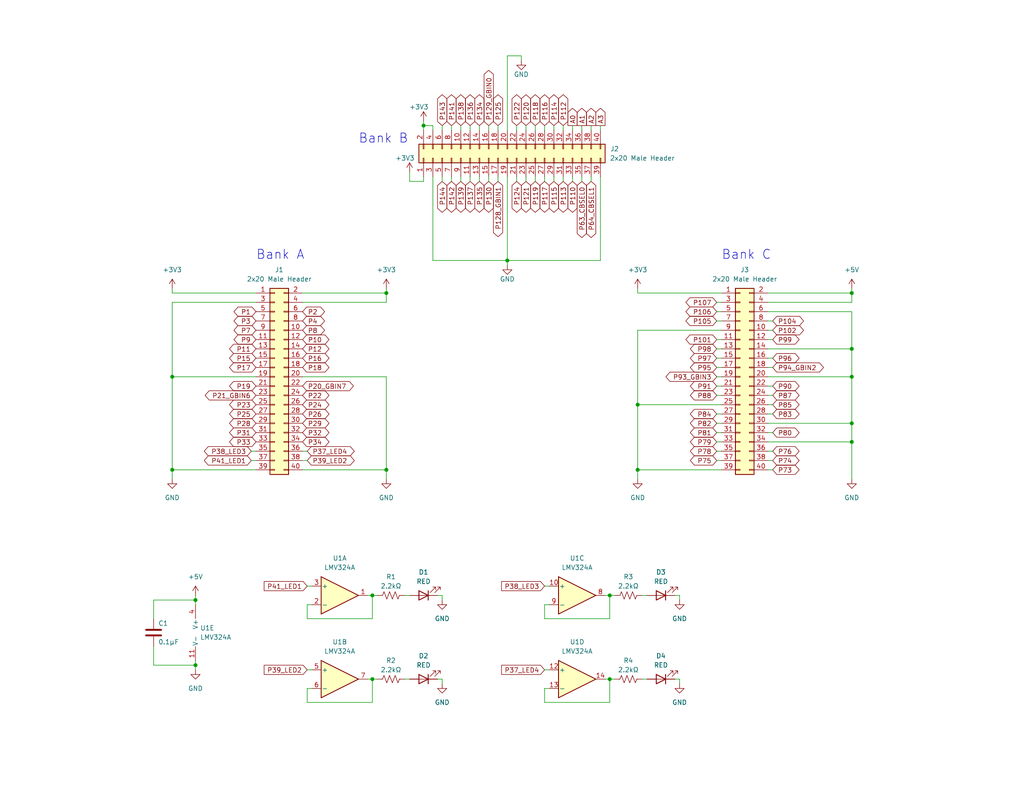
<source format=kicad_sch>
(kicad_sch (version 20230121) (generator eeschema)
  (paper "USLetter")
  (title_block (title "ETH4K") (date "7/28/2023") (rev "1") (company "Theta Machines LLC") (comment 1 "Ryan Stracener") (comment 2 "© 2023, Theta Machines LLC. ") (comment 3 "There is an important notice and disclaimer at the end of this document."))
  (lib_symbols
    (symbol "Amplifier_Operational:LMV324" (pin_names (offset 0.127))
      (property "Reference" "U" (at 0 5.08 0))
      (property "Value" "LMV324" (at 0 -5.08 0))
      (symbol "LMV324_1_1"
        (polyline (pts (xy -5.08 5.08) (xy 5.08 0) (xy -5.08 -5.08) (xy -5.08 5.08)) (stroke (width 0.254)) (fill (type background)))
        (pin output line (at 7.62 0 180) (length 2.54) (name "~") (number "1"))
        (pin input line (at -7.62 -2.54 0) (length 2.54) (name "-") (number "2"))
        (pin input line (at -7.62 2.54 0) (length 2.54) (name "+") (number "3"))
      )
      (symbol "LMV324_2_1"
        (polyline (pts (xy -5.08 5.08) (xy 5.08 0) (xy -5.08 -5.08) (xy -5.08 5.08)) (stroke (width 0.254)) (fill (type background)))
        (pin input line (at -7.62 2.54 0) (length 2.54) (name "+") (number "5"))
        (pin input line (at -7.62 -2.54 0) (length 2.54) (name "-") (number "6"))
        (pin output line (at 7.62 0 180) (length 2.54) (name "~") (number "7"))
      )
      (symbol "LMV324_3_1"
        (polyline (pts (xy -5.08 5.08) (xy 5.08 0) (xy -5.08 -5.08) (xy -5.08 5.08)) (stroke (width 0.254)) (fill (type background)))
        (pin input line (at -7.62 2.54 0) (length 2.54) (name "+") (number "10"))
        (pin output line (at 7.62 0 180) (length 2.54) (name "~") (number "8"))
        (pin input line (at -7.62 -2.54 0) (length 2.54) (name "-") (number "9"))
      )
      (symbol "LMV324_4_1"
        (polyline (pts (xy -5.08 5.08) (xy 5.08 0) (xy -5.08 -5.08) (xy -5.08 5.08)) (stroke (width 0.254)) (fill (type background)))
        (pin input line (at -7.62 2.54 0) (length 2.54) (name "+") (number "12"))
        (pin input line (at -7.62 -2.54 0) (length 2.54) (name "-") (number "13"))
        (pin output line (at 7.62 0 180) (length 2.54) (name "~") (number "14"))
      )
      (symbol "LMV324_5_1"
        (pin power_in line (at -2.54 -7.62 90) (length 3.81) (name "V-") (number "11"))
        (pin power_in line (at -2.54 7.62 270) (length 3.81) (name "V+") (number "4"))
      )
    )
    (symbol "Connector_Generic:Conn_02x20_Odd_Even" (pin_names (offset 1.016) hide)
      (property "Reference" "J" (at 1.27 25.4 0))
      (property "Value" "Conn_02x20_Odd_Even" (at 1.27 -27.94 0))
      (symbol "Conn_02x20_Odd_Even_1_1"
        (rectangle (start -1.27 -25.273) (end 0 -25.527) (stroke (width 0.1524)))
        (rectangle (start -1.27 -22.733) (end 0 -22.987) (stroke (width 0.1524)))
        (rectangle (start -1.27 -20.193) (end 0 -20.447) (stroke (width 0.1524)))
        (rectangle (start -1.27 -17.653) (end 0 -17.907) (stroke (width 0.1524)))
        (rectangle (start -1.27 -15.113) (end 0 -15.367) (stroke (width 0.1524)))
        (rectangle (start -1.27 -12.573) (end 0 -12.827) (stroke (width 0.1524)))
        (rectangle (start -1.27 -10.033) (end 0 -10.287) (stroke (width 0.1524)))
        (rectangle (start -1.27 -7.493) (end 0 -7.747) (stroke (width 0.1524)))
        (rectangle (start -1.27 -4.953) (end 0 -5.207) (stroke (width 0.1524)))
        (rectangle (start -1.27 -2.413) (end 0 -2.667) (stroke (width 0.1524)))
        (rectangle (start -1.27 0.127) (end 0 -0.127) (stroke (width 0.1524)))
        (rectangle (start -1.27 2.667) (end 0 2.413) (stroke (width 0.1524)))
        (rectangle (start -1.27 5.207) (end 0 4.953) (stroke (width 0.1524)))
        (rectangle (start -1.27 7.747) (end 0 7.493) (stroke (width 0.1524)))
        (rectangle (start -1.27 10.287) (end 0 10.033) (stroke (width 0.1524)))
        (rectangle (start -1.27 12.827) (end 0 12.573) (stroke (width 0.1524)))
        (rectangle (start -1.27 15.367) (end 0 15.113) (stroke (width 0.1524)))
        (rectangle (start -1.27 17.907) (end 0 17.653) (stroke (width 0.1524)))
        (rectangle (start -1.27 20.447) (end 0 20.193) (stroke (width 0.1524)))
        (rectangle (start -1.27 22.987) (end 0 22.733) (stroke (width 0.1524)))
        (rectangle (start -1.27 24.13) (end 3.81 -26.67) (stroke (width 0.254)) (fill (type background)))
        (rectangle (start 3.81 -25.273) (end 2.54 -25.527) (stroke (width 0.1524)))
        (rectangle (start 3.81 -22.733) (end 2.54 -22.987) (stroke (width 0.1524)))
        (rectangle (start 3.81 -20.193) (end 2.54 -20.447) (stroke (width 0.1524)))
        (rectangle (start 3.81 -17.653) (end 2.54 -17.907) (stroke (width 0.1524)))
        (rectangle (start 3.81 -15.113) (end 2.54 -15.367) (stroke (width 0.1524)))
        (rectangle (start 3.81 -12.573) (end 2.54 -12.827) (stroke (width 0.1524)))
        (rectangle (start 3.81 -10.033) (end 2.54 -10.287) (stroke (width 0.1524)))
        (rectangle (start 3.81 -7.493) (end 2.54 -7.747) (stroke (width 0.1524)))
        (rectangle (start 3.81 -4.953) (end 2.54 -5.207) (stroke (width 0.1524)))
        (rectangle (start 3.81 -2.413) (end 2.54 -2.667) (stroke (width 0.1524)))
        (rectangle (start 3.81 0.127) (end 2.54 -0.127) (stroke (width 0.1524)))
        (rectangle (start 3.81 2.667) (end 2.54 2.413) (stroke (width 0.1524)))
        (rectangle (start 3.81 5.207) (end 2.54 4.953) (stroke (width 0.1524)))
        (rectangle (start 3.81 7.747) (end 2.54 7.493) (stroke (width 0.1524)))
        (rectangle (start 3.81 10.287) (end 2.54 10.033) (stroke (width 0.1524)))
        (rectangle (start 3.81 12.827) (end 2.54 12.573) (stroke (width 0.1524)))
        (rectangle (start 3.81 15.367) (end 2.54 15.113) (stroke (width 0.1524)))
        (rectangle (start 3.81 17.907) (end 2.54 17.653) (stroke (width 0.1524)))
        (rectangle (start 3.81 20.447) (end 2.54 20.193) (stroke (width 0.1524)))
        (rectangle (start 3.81 22.987) (end 2.54 22.733) (stroke (width 0.1524)))
        (pin passive line (at -5.08 22.86 0) (length 3.81) (name "Pin_1") (number "1"))
        (pin passive line (at 7.62 12.7 180) (length 3.81) (name "Pin_10") (number "10"))
        (pin passive line (at -5.08 10.16 0) (length 3.81) (name "Pin_11") (number "11"))
        (pin passive line (at 7.62 10.16 180) (length 3.81) (name "Pin_12") (number "12"))
        (pin passive line (at -5.08 7.62 0) (length 3.81) (name "Pin_13") (number "13"))
        (pin passive line (at 7.62 7.62 180) (length 3.81) (name "Pin_14") (number "14"))
        (pin passive line (at -5.08 5.08 0) (length 3.81) (name "Pin_15") (number "15"))
        (pin passive line (at 7.62 5.08 180) (length 3.81) (name "Pin_16") (number "16"))
        (pin passive line (at -5.08 2.54 0) (length 3.81) (name "Pin_17") (number "17"))
        (pin passive line (at 7.62 2.54 180) (length 3.81) (name "Pin_18") (number "18"))
        (pin passive line (at -5.08 0 0) (length 3.81) (name "Pin_19") (number "19"))
        (pin passive line (at 7.62 22.86 180) (length 3.81) (name "Pin_2") (number "2"))
        (pin passive line (at 7.62 0 180) (length 3.81) (name "Pin_20") (number "20"))
        (pin passive line (at -5.08 -2.54 0) (length 3.81) (name "Pin_21") (number "21"))
        (pin passive line (at 7.62 -2.54 180) (length 3.81) (name "Pin_22") (number "22"))
        (pin passive line (at -5.08 -5.08 0) (length 3.81) (name "Pin_23") (number "23"))
        (pin passive line (at 7.62 -5.08 180) (length 3.81) (name "Pin_24") (number "24"))
        (pin passive line (at -5.08 -7.62 0) (length 3.81) (name "Pin_25") (number "25"))
        (pin passive line (at 7.62 -7.62 180) (length 3.81) (name "Pin_26") (number "26"))
        (pin passive line (at -5.08 -10.16 0) (length 3.81) (name "Pin_27") (number "27"))
        (pin passive line (at 7.62 -10.16 180) (length 3.81) (name "Pin_28") (number "28"))
        (pin passive line (at -5.08 -12.7 0) (length 3.81) (name "Pin_29") (number "29"))
        (pin passive line (at -5.08 20.32 0) (length 3.81) (name "Pin_3") (number "3"))
        (pin passive line (at 7.62 -12.7 180) (length 3.81) (name "Pin_30") (number "30"))
        (pin passive line (at -5.08 -15.24 0) (length 3.81) (name "Pin_31") (number "31"))
        (pin passive line (at 7.62 -15.24 180) (length 3.81) (name "Pin_32") (number "32"))
        (pin passive line (at -5.08 -17.78 0) (length 3.81) (name "Pin_33") (number "33"))
        (pin passive line (at 7.62 -17.78 180) (length 3.81) (name "Pin_34") (number "34"))
        (pin passive line (at -5.08 -20.32 0) (length 3.81) (name "Pin_35") (number "35"))
        (pin passive line (at 7.62 -20.32 180) (length 3.81) (name "Pin_36") (number "36"))
        (pin passive line (at -5.08 -22.86 0) (length 3.81) (name "Pin_37") (number "37"))
        (pin passive line (at 7.62 -22.86 180) (length 3.81) (name "Pin_38") (number "38"))
        (pin passive line (at -5.08 -25.4 0) (length 3.81) (name "Pin_39") (number "39"))
        (pin passive line (at 7.62 20.32 180) (length 3.81) (name "Pin_4") (number "4"))
        (pin passive line (at 7.62 -25.4 180) (length 3.81) (name "Pin_40") (number "40"))
        (pin passive line (at -5.08 17.78 0) (length 3.81) (name "Pin_5") (number "5"))
        (pin passive line (at 7.62 17.78 180) (length 3.81) (name "Pin_6") (number "6"))
        (pin passive line (at -5.08 15.24 0) (length 3.81) (name "Pin_7") (number "7"))
        (pin passive line (at 7.62 15.24 180) (length 3.81) (name "Pin_8") (number "8"))
        (pin passive line (at -5.08 12.7 0) (length 3.81) (name "Pin_9") (number "9"))
      )
    )
    (symbol "Device:C" (pin_numbers hide) (pin_names (offset 0.254))
      (property "Reference" "C" (at 0.635 2.54 0))
      (property "Value" "C" (at 0.635 -2.54 0))
      (symbol "C_0_1"
        (polyline (pts (xy -2.032 -0.762) (xy 2.032 -0.762)) (stroke (width 0.508)))
        (polyline (pts (xy -2.032 0.762) (xy 2.032 0.762)) (stroke (width 0.508)))
      )
      (symbol "C_1_1"
        (pin passive line (at 0 3.81 270) (length 2.794) (name "~") (number "1"))
        (pin passive line (at 0 -3.81 90) (length 2.794) (name "~") (number "2"))
      )
    )
    (symbol "Device:LED" (pin_numbers hide) (pin_names (offset 1.016) hide)
      (property "Reference" "D" (at 0 2.54 0))
      (property "Value" "LED" (at 0 -2.54 0))
      (symbol "LED_0_1"
        (polyline (pts (xy -1.27 -1.27) (xy -1.27 1.27)) (stroke (width 0.254)))
        (polyline (pts (xy -1.27 0) (xy 1.27 0)))
        (polyline (pts (xy 1.27 -1.27) (xy 1.27 1.27) (xy -1.27 0) (xy 1.27 -1.27)) (stroke (width 0.254)))
        (polyline (pts (xy -3.048 -0.762) (xy -4.572 -2.286) (xy -3.81 -2.286) (xy -4.572 -2.286) (xy -4.572 -1.524)))
        (polyline (pts (xy -1.778 -0.762) (xy -3.302 -2.286) (xy -2.54 -2.286) (xy -3.302 -2.286) (xy -3.302 -1.524)))
      )
      (symbol "LED_1_1"
        (pin passive line (at -3.81 0 0) (length 2.54) (name "K") (number "1"))
        (pin passive line (at 3.81 0 180) (length 2.54) (name "A") (number "2"))
      )
    )
    (symbol "Device:R_US" (pin_numbers hide) (pin_names (offset 0))
      (property "Reference" "R" (at 2.54 0 90))
      (property "Value" "R_US" (at -2.54 0 90))
      (symbol "R_US_0_1"
        (polyline (pts (xy 0 -2.286) (xy 0 -2.54)))
        (polyline (pts (xy 0 2.286) (xy 0 2.54)))
        (polyline (pts (xy 0 -0.762) (xy 1.016 -1.143) (xy 0 -1.524) (xy -1.016 -1.905) (xy 0 -2.286)))
        (polyline (pts (xy 0 0.762) (xy 1.016 0.381) (xy 0 0) (xy -1.016 -0.381) (xy 0 -0.762)))
        (polyline (pts (xy 0 2.286) (xy 1.016 1.905) (xy 0 1.524) (xy -1.016 1.143) (xy 0 0.762)))
      )
      (symbol "R_US_1_1"
        (pin passive line (at 0 3.81 270) (length 1.27) (name "~") (number "1"))
        (pin passive line (at 0 -3.81 90) (length 1.27) (name "~") (number "2"))
      )
    )
    (symbol "power:+3V3" (power) (pin_names (offset 0))
      (property "Value" "+3V3" (at 0 3.556 0))
      (symbol "+3V3_0_1"
        (polyline (pts (xy -0.762 1.27) (xy 0 2.54)))
        (polyline (pts (xy 0 0) (xy 0 2.54)))
        (polyline (pts (xy 0 2.54) (xy 0.762 1.27)))
      )
      (symbol "+3V3_1_1"
        (pin power_in line (at 0 0 90) (length 0) hide (name "+3V3") (number "1"))
      )
    )
    (symbol "power:+5V" (power) (pin_names (offset 0))
      (property "Value" "+5V" (at 0 3.556 0))
      (symbol "+5V_0_1"
        (polyline (pts (xy -0.762 1.27) (xy 0 2.54)))
        (polyline (pts (xy 0 0) (xy 0 2.54)))
        (polyline (pts (xy 0 2.54) (xy 0.762 1.27)))
      )
      (symbol "+5V_1_1"
        (pin power_in line (at 0 0 90) (length 0) hide (name "+5V") (number "1"))
      )
    )
    (symbol "power:GND" (power) (pin_names (offset 0))
      (property "Value" "GND" (at 0 -3.81 0))
      (symbol "GND_0_1"
        (polyline (pts (xy 0 0) (xy 0 -1.27) (xy 1.27 -1.27) (xy 0 -2.54) (xy -1.27 -1.27) (xy 0 -1.27)))
      )
      (symbol "GND_1_1"
        (pin power_in line (at 0 0 270) (length 0) hide (name "GND") (number "1"))
      )
    )
  )
  (junction (at 101.6 162.56))
  (junction (at 232.41 115.57))
  (junction (at 166.37 162.56))
  (junction (at 105.41 80.01))
  (junction (at 232.41 102.87))
  (junction (at 173.99 128.27))
  (junction (at 46.99 102.87))
  (junction (at 53.34 163.83))
  (junction (at 232.41 95.25))
  (junction (at 53.34 181.61))
  (junction (at 105.41 128.27))
  (junction (at 46.99 128.27))
  (junction (at 115.57 34.29))
  (junction (at 101.6 185.42))
  (junction (at 138.43 71.12))
  (junction (at 232.41 120.65))
  (junction (at 173.99 110.49))
  (junction (at 166.37 185.42))
  (junction (at 232.41 80.01))
  (wire (pts (xy 148.59 182.88) (xy 149.86 182.88)))
  (wire (pts (xy 195.58 115.57) (xy 196.85 115.57)))
  (wire (pts (xy 151.13 34.29) (xy 151.13 35.56)))
  (wire (pts (xy 100.33 162.56) (xy 101.6 162.56)))
  (wire (pts (xy 163.83 48.26) (xy 163.83 71.12)))
  (wire (pts (xy 123.19 49.53) (xy 123.19 48.26)))
  (wire (pts (xy 133.35 34.29) (xy 133.35 35.56)))
  (wire (pts (xy 165.1 162.56) (xy 166.37 162.56)))
  (wire (pts (xy 111.76 185.42) (xy 110.49 185.42)))
  (wire (pts (xy 195.58 92.71) (xy 196.85 92.71)))
  (wire (pts (xy 195.58 123.19) (xy 196.85 123.19)))
  (wire (pts (xy 123.19 34.29) (xy 123.19 35.56)))
  (wire (pts (xy 232.41 102.87) (xy 232.41 115.57)))
  (wire (pts (xy 232.41 95.25) (xy 232.41 102.87)))
  (wire (pts (xy 210.82 113.03) (xy 209.55 113.03)))
  (wire (pts (xy 176.53 185.42) (xy 175.26 185.42)))
  (wire (pts (xy 68.58 125.73) (xy 69.85 125.73)))
  (wire (pts (xy 83.82 182.88) (xy 85.09 182.88)))
  (wire (pts (xy 148.59 160.02) (xy 149.86 160.02)))
  (wire (pts (xy 153.67 49.53) (xy 153.67 48.26)))
  (wire (pts (xy 167.64 162.56) (xy 166.37 162.56)))
  (wire (pts (xy 151.13 49.53) (xy 151.13 48.26)))
  (wire (pts (xy 173.99 80.01) (xy 196.85 80.01)))
  (wire (pts (xy 232.41 82.55) (xy 232.41 80.01)))
  (wire (pts (xy 115.57 33.02) (xy 115.57 34.29)))
  (wire (pts (xy 41.91 181.61) (xy 41.91 176.53)))
  (wire (pts (xy 148.59 165.1) (xy 149.86 165.1)))
  (wire (pts (xy 120.65 186.69) (xy 120.65 185.42)))
  (wire (pts (xy 195.58 87.63) (xy 196.85 87.63)))
  (wire (pts (xy 195.58 125.73) (xy 196.85 125.73)))
  (wire (pts (xy 83.82 168.91) (xy 83.82 165.1)))
  (wire (pts (xy 125.73 49.53) (xy 125.73 48.26)))
  (wire (pts (xy 46.99 82.55) (xy 46.99 102.87)))
  (wire (pts (xy 83.82 160.02) (xy 85.09 160.02)))
  (wire (pts (xy 128.27 49.53) (xy 128.27 48.26)))
  (wire (pts (xy 195.58 113.03) (xy 196.85 113.03)))
  (wire (pts (xy 120.65 34.29) (xy 120.65 35.56)))
  (wire (pts (xy 195.58 120.65) (xy 196.85 120.65)))
  (wire (pts (xy 156.21 34.29) (xy 156.21 35.56)))
  (wire (pts (xy 138.43 71.12) (xy 163.83 71.12)))
  (wire (pts (xy 46.99 82.55) (xy 69.85 82.55)))
  (wire (pts (xy 210.82 90.17) (xy 209.55 90.17)))
  (wire (pts (xy 102.87 185.42) (xy 101.6 185.42)))
  (wire (pts (xy 130.81 49.53) (xy 130.81 48.26)))
  (wire (pts (xy 185.42 163.83) (xy 185.42 162.56)))
  (wire (pts (xy 232.41 85.09) (xy 232.41 95.25)))
  (wire (pts (xy 148.59 49.53) (xy 148.59 48.26)))
  (wire (pts (xy 82.55 82.55) (xy 105.41 82.55)))
  (wire (pts (xy 101.6 191.77) (xy 83.82 191.77)))
  (wire (pts (xy 120.65 162.56) (xy 119.38 162.56)))
  (wire (pts (xy 209.55 85.09) (xy 232.41 85.09)))
  (wire (pts (xy 68.58 123.19) (xy 69.85 123.19)))
  (wire (pts (xy 46.99 128.27) (xy 46.99 130.81)))
  (wire (pts (xy 138.43 15.24) (xy 142.24 15.24)))
  (wire (pts (xy 46.99 80.01) (xy 46.99 78.74)))
  (wire (pts (xy 105.41 82.55) (xy 105.41 80.01)))
  (wire (pts (xy 53.34 181.61) (xy 53.34 180.34)))
  (wire (pts (xy 46.99 128.27) (xy 69.85 128.27)))
  (wire (pts (xy 111.76 46.99) (xy 111.76 49.53)))
  (wire (pts (xy 195.58 118.11) (xy 196.85 118.11)))
  (wire (pts (xy 232.41 120.65) (xy 232.41 130.81)))
  (wire (pts (xy 115.57 48.26) (xy 115.57 49.53)))
  (wire (pts (xy 133.35 49.53) (xy 133.35 48.26)))
  (wire (pts (xy 173.99 110.49) (xy 196.85 110.49)))
  (wire (pts (xy 118.11 71.12) (xy 138.43 71.12)))
  (wire (pts (xy 102.87 162.56) (xy 101.6 162.56)))
  (wire (pts (xy 158.75 49.53) (xy 158.75 48.26)))
  (wire (pts (xy 143.51 49.53) (xy 143.51 48.26)))
  (wire (pts (xy 140.97 49.53) (xy 140.97 48.26)))
  (wire (pts (xy 195.58 100.33) (xy 196.85 100.33)))
  (wire (pts (xy 46.99 80.01) (xy 69.85 80.01)))
  (wire (pts (xy 135.89 34.29) (xy 135.89 35.56)))
  (wire (pts (xy 100.33 185.42) (xy 101.6 185.42)))
  (wire (pts (xy 173.99 90.17) (xy 196.85 90.17)))
  (wire (pts (xy 148.59 191.77) (xy 148.59 187.96)))
  (wire (pts (xy 83.82 165.1) (xy 85.09 165.1)))
  (wire (pts (xy 195.58 97.79) (xy 196.85 97.79)))
  (wire (pts (xy 156.21 49.53) (xy 156.21 48.26)))
  (wire (pts (xy 53.34 182.88) (xy 53.34 181.61)))
  (wire (pts (xy 173.99 90.17) (xy 173.99 110.49)))
  (wire (pts (xy 173.99 110.49) (xy 173.99 128.27)))
  (wire (pts (xy 210.82 105.41) (xy 209.55 105.41)))
  (wire (pts (xy 53.34 181.61) (xy 41.91 181.61)))
  (wire (pts (xy 128.27 34.29) (xy 128.27 35.56)))
  (wire (pts (xy 195.58 85.09) (xy 196.85 85.09)))
  (wire (pts (xy 105.41 80.01) (xy 82.55 80.01)))
  (wire (pts (xy 165.1 185.42) (xy 166.37 185.42)))
  (wire (pts (xy 83.82 123.19) (xy 82.55 123.19)))
  (wire (pts (xy 46.99 102.87) (xy 46.99 128.27)))
  (wire (pts (xy 161.29 49.53) (xy 161.29 48.26)))
  (wire (pts (xy 138.43 72.39) (xy 138.43 71.12)))
  (wire (pts (xy 153.67 34.29) (xy 153.67 35.56)))
  (wire (pts (xy 120.65 49.53) (xy 120.65 48.26)))
  (wire (pts (xy 210.82 87.63) (xy 209.55 87.63)))
  (wire (pts (xy 209.55 82.55) (xy 232.41 82.55)))
  (wire (pts (xy 210.82 110.49) (xy 209.55 110.49)))
  (wire (pts (xy 209.55 95.25) (xy 232.41 95.25)))
  (wire (pts (xy 105.41 102.87) (xy 105.41 128.27)))
  (wire (pts (xy 53.34 163.83) (xy 53.34 165.1)))
  (wire (pts (xy 105.41 80.01) (xy 105.41 78.74)))
  (wire (pts (xy 140.97 34.29) (xy 140.97 35.56)))
  (wire (pts (xy 210.82 125.73) (xy 209.55 125.73)))
  (wire (pts (xy 158.75 34.29) (xy 158.75 35.56)))
  (wire (pts (xy 118.11 35.56) (xy 118.11 34.29)))
  (wire (pts (xy 46.99 102.87) (xy 69.85 102.87)))
  (wire (pts (xy 209.55 120.65) (xy 232.41 120.65)))
  (wire (pts (xy 163.83 34.29) (xy 163.83 35.56)))
  (wire (pts (xy 173.99 80.01) (xy 173.99 78.74)))
  (wire (pts (xy 125.73 34.29) (xy 125.73 35.56)))
  (wire (pts (xy 148.59 187.96) (xy 149.86 187.96)))
  (wire (pts (xy 83.82 125.73) (xy 82.55 125.73)))
  (wire (pts (xy 120.65 163.83) (xy 120.65 162.56)))
  (wire (pts (xy 143.51 34.29) (xy 143.51 35.56)))
  (wire (pts (xy 146.05 49.53) (xy 146.05 48.26)))
  (wire (pts (xy 195.58 102.87) (xy 196.85 102.87)))
  (wire (pts (xy 166.37 185.42) (xy 166.37 191.77)))
  (wire (pts (xy 142.24 15.24) (xy 142.24 16.51)))
  (wire (pts (xy 111.76 162.56) (xy 110.49 162.56)))
  (wire (pts (xy 195.58 105.41) (xy 196.85 105.41)))
  (wire (pts (xy 210.82 92.71) (xy 209.55 92.71)))
  (wire (pts (xy 210.82 100.33) (xy 209.55 100.33)))
  (wire (pts (xy 166.37 162.56) (xy 166.37 168.91)))
  (wire (pts (xy 161.29 34.29) (xy 161.29 35.56)))
  (wire (pts (xy 130.81 34.29) (xy 130.81 35.56)))
  (wire (pts (xy 185.42 186.69) (xy 185.42 185.42)))
  (wire (pts (xy 185.42 185.42) (xy 184.15 185.42)))
  (wire (pts (xy 148.59 168.91) (xy 148.59 165.1)))
  (wire (pts (xy 232.41 115.57) (xy 232.41 120.65)))
  (wire (pts (xy 166.37 168.91) (xy 148.59 168.91)))
  (wire (pts (xy 173.99 128.27) (xy 173.99 130.81)))
  (wire (pts (xy 138.43 15.24) (xy 138.43 35.56)))
  (wire (pts (xy 210.82 107.95) (xy 209.55 107.95)))
  (wire (pts (xy 101.6 185.42) (xy 101.6 191.77)))
  (wire (pts (xy 209.55 115.57) (xy 232.41 115.57)))
  (wire (pts (xy 173.99 128.27) (xy 196.85 128.27)))
  (wire (pts (xy 83.82 191.77) (xy 83.82 187.96)))
  (wire (pts (xy 210.82 128.27) (xy 209.55 128.27)))
  (wire (pts (xy 209.55 102.87) (xy 232.41 102.87)))
  (wire (pts (xy 210.82 118.11) (xy 209.55 118.11)))
  (wire (pts (xy 210.82 123.19) (xy 209.55 123.19)))
  (wire (pts (xy 135.89 49.53) (xy 135.89 48.26)))
  (wire (pts (xy 195.58 82.55) (xy 196.85 82.55)))
  (wire (pts (xy 232.41 80.01) (xy 232.41 78.74)))
  (wire (pts (xy 209.55 80.01) (xy 232.41 80.01)))
  (wire (pts (xy 118.11 34.29) (xy 115.57 34.29)))
  (wire (pts (xy 210.82 97.79) (xy 209.55 97.79)))
  (wire (pts (xy 82.55 102.87) (xy 105.41 102.87)))
  (wire (pts (xy 120.65 185.42) (xy 119.38 185.42)))
  (wire (pts (xy 176.53 162.56) (xy 175.26 162.56)))
  (wire (pts (xy 115.57 49.53) (xy 111.76 49.53)))
  (wire (pts (xy 83.82 187.96) (xy 85.09 187.96)))
  (wire (pts (xy 167.64 185.42) (xy 166.37 185.42)))
  (wire (pts (xy 101.6 168.91) (xy 83.82 168.91)))
  (wire (pts (xy 41.91 163.83) (xy 41.91 168.91)))
  (wire (pts (xy 166.37 191.77) (xy 148.59 191.77)))
  (wire (pts (xy 105.41 128.27) (xy 105.41 130.81)))
  (wire (pts (xy 53.34 163.83) (xy 41.91 163.83)))
  (wire (pts (xy 148.59 34.29) (xy 148.59 35.56)))
  (wire (pts (xy 146.05 34.29) (xy 146.05 35.56)))
  (wire (pts (xy 82.55 128.27) (xy 105.41 128.27)))
  (wire (pts (xy 101.6 162.56) (xy 101.6 168.91)))
  (wire (pts (xy 195.58 107.95) (xy 196.85 107.95)))
  (wire (pts (xy 195.58 95.25) (xy 196.85 95.25)))
  (wire (pts (xy 185.42 162.56) (xy 184.15 162.56)))
  (wire (pts (xy 115.57 34.29) (xy 115.57 35.56)))
  (wire (pts (xy 118.11 48.26) (xy 118.11 71.12)))
  (wire (pts (xy 53.34 162.56) (xy 53.34 163.83)))
  (wire (pts (xy 138.43 48.26) (xy 138.43 71.12)))
  (text "Bank C" (at 196.85 71.12 0) (effects (font (size 2.5 2.5)) (justify left bottom)))
  (text "Bank A" (at 69.85 71.12 0) (effects (font (size 2.5 2.5)) (justify left bottom)))
  (text "Bank B" (at 97.79 39.37 0) (effects (font (size 2.5 2.5)) (justify left bottom)))
  (global_label "P114" (shape bidirectional) (at 151.13 34.29 90) (property "Intersheetrefs" "${INTERSHEET_REFS}" (effects hide)))
  (global_label "P88" (shape bidirectional) (at 195.58 107.95 180) (property "Intersheetrefs" "${INTERSHEET_REFS}" (effects hide)))
  (global_label "P93_GBIN3" (shape bidirectional) (at 195.58 102.87 180) (property "Intersheetrefs" "${INTERSHEET_REFS}" (effects hide)))
  (global_label "P17" (shape bidirectional) (at 69.85 100.33 180) (property "Intersheetrefs" "${INTERSHEET_REFS}" (effects hide)))
  (global_label "P19" (shape bidirectional) (at 69.85 105.41 180) (property "Intersheetrefs" "${INTERSHEET_REFS}" (effects hide)))
  (global_label "P33" (shape bidirectional) (at 69.85 120.65 180) (property "Intersheetrefs" "${INTERSHEET_REFS}" (effects hide)))
  (global_label "P120" (shape bidirectional) (at 143.51 34.29 90) (property "Intersheetrefs" "${INTERSHEET_REFS}" (effects hide)))
  (global_label "P143" (shape bidirectional) (at 120.65 34.29 90) (property "Intersheetrefs" "${INTERSHEET_REFS}" (effects hide)))
  (global_label "P9" (shape bidirectional) (at 69.85 92.71 180) (property "Intersheetrefs" "${INTERSHEET_REFS}" (effects hide)))
  (global_label "P8" (shape bidirectional) (at 82.55 90.17 0) (property "Intersheetrefs" "${INTERSHEET_REFS}" (effects hide)))
  (global_label "P83" (shape bidirectional) (at 210.82 113.03 0) (property "Intersheetrefs" "${INTERSHEET_REFS}" (effects hide)))
  (global_label "P119" (shape bidirectional) (at 146.05 49.53 270) (property "Intersheetrefs" "${INTERSHEET_REFS}" (effects hide)))
  (global_label "A2" (shape output) (at 161.29 34.29 90) (property "Intersheetrefs" "${INTERSHEET_REFS}" (effects hide)))
  (global_label "P110" (shape bidirectional) (at 156.21 49.53 270) (property "Intersheetrefs" "${INTERSHEET_REFS}" (effects hide)))
  (global_label "P25" (shape bidirectional) (at 69.85 113.03 180) (property "Intersheetrefs" "${INTERSHEET_REFS}" (effects hide)))
  (global_label "P122" (shape bidirectional) (at 140.97 34.29 90) (property "Intersheetrefs" "${INTERSHEET_REFS}" (effects hide)))
  (global_label "P37_LED4" (shape bidirectional) (at 83.82 123.19 0) (property "Intersheetrefs" "${INTERSHEET_REFS}" (effects hide)))
  (global_label "P107" (shape bidirectional) (at 195.58 82.55 180) (property "Intersheetrefs" "${INTERSHEET_REFS}" (effects hide)))
  (global_label "P38_LED3" (shape input) (at 148.59 160.02 180) (property "Intersheetrefs" "${INTERSHEET_REFS}" (effects hide)))
  (global_label "P18" (shape bidirectional) (at 82.55 100.33 0) (property "Intersheetrefs" "${INTERSHEET_REFS}" (effects hide)))
  (global_label "P80" (shape bidirectional) (at 210.82 118.11 0) (property "Intersheetrefs" "${INTERSHEET_REFS}" (effects hide)))
  (global_label "P39_LED2" (shape bidirectional) (at 83.82 125.73 0) (property "Intersheetrefs" "${INTERSHEET_REFS}" (effects hide)))
  (global_label "P11" (shape bidirectional) (at 69.85 95.25 180) (property "Intersheetrefs" "${INTERSHEET_REFS}" (effects hide)))
  (global_label "P144" (shape bidirectional) (at 120.65 49.53 270) (property "Intersheetrefs" "${INTERSHEET_REFS}" (effects hide)))
  (global_label "P81" (shape bidirectional) (at 195.58 118.11 180) (property "Intersheetrefs" "${INTERSHEET_REFS}" (effects hide)))
  (global_label "P37_LED4" (shape input) (at 148.59 182.88 180) (property "Intersheetrefs" "${INTERSHEET_REFS}" (effects hide)))
  (global_label "P101" (shape bidirectional) (at 195.58 92.71 180) (property "Intersheetrefs" "${INTERSHEET_REFS}" (effects hide)))
  (global_label "A0" (shape output) (at 156.21 34.29 90) (property "Intersheetrefs" "${INTERSHEET_REFS}" (effects hide)))
  (global_label "P106" (shape bidirectional) (at 195.58 85.09 180) (property "Intersheetrefs" "${INTERSHEET_REFS}" (effects hide)))
  (global_label "P78" (shape bidirectional) (at 195.58 123.19 180) (property "Intersheetrefs" "${INTERSHEET_REFS}" (effects hide)))
  (global_label "P98" (shape bidirectional) (at 195.58 95.25 180) (property "Intersheetrefs" "${INTERSHEET_REFS}" (effects hide)))
  (global_label "P141" (shape bidirectional) (at 123.19 34.29 90) (property "Intersheetrefs" "${INTERSHEET_REFS}" (effects hide)))
  (global_label "P117" (shape bidirectional) (at 148.59 49.53 270) (property "Intersheetrefs" "${INTERSHEET_REFS}" (effects hide)))
  (global_label "P16" (shape bidirectional) (at 82.55 97.79 0) (property "Intersheetrefs" "${INTERSHEET_REFS}" (effects hide)))
  (global_label "P134" (shape bidirectional) (at 130.81 34.29 90) (property "Intersheetrefs" "${INTERSHEET_REFS}" (effects hide)))
  (global_label "P91" (shape bidirectional) (at 195.58 105.41 180) (property "Intersheetrefs" "${INTERSHEET_REFS}" (effects hide)))
  (global_label "P34" (shape bidirectional) (at 82.55 120.65 0) (property "Intersheetrefs" "${INTERSHEET_REFS}" (effects hide)))
  (global_label "P84" (shape bidirectional) (at 195.58 113.03 180) (property "Intersheetrefs" "${INTERSHEET_REFS}" (effects hide)))
  (global_label "P3" (shape bidirectional) (at 69.85 87.63 180) (property "Intersheetrefs" "${INTERSHEET_REFS}" (effects hide)))
  (global_label "P63_CBSEL0" (shape bidirectional) (at 158.75 49.53 270) (property "Intersheetrefs" "${INTERSHEET_REFS}" (effects hide)))
  (global_label "P96" (shape bidirectional) (at 210.82 97.79 0) (property "Intersheetrefs" "${INTERSHEET_REFS}" (effects hide)))
  (global_label "P118" (shape bidirectional) (at 146.05 34.29 90) (property "Intersheetrefs" "${INTERSHEET_REFS}" (effects hide)))
  (global_label "P104" (shape bidirectional) (at 210.82 87.63 0) (property "Intersheetrefs" "${INTERSHEET_REFS}" (effects hide)))
  (global_label "P79" (shape bidirectional) (at 195.58 120.65 180) (property "Intersheetrefs" "${INTERSHEET_REFS}" (effects hide)))
  (global_label "P73" (shape bidirectional) (at 210.82 128.27 0) (property "Intersheetrefs" "${INTERSHEET_REFS}" (effects hide)))
  (global_label "P94_GBIN2" (shape bidirectional) (at 210.82 100.33 0) (property "Intersheetrefs" "${INTERSHEET_REFS}" (effects hide)))
  (global_label "P1" (shape bidirectional) (at 69.85 85.09 180) (property "Intersheetrefs" "${INTERSHEET_REFS}" (effects hide)))
  (global_label "P130" (shape bidirectional) (at 133.35 49.53 270) (property "Intersheetrefs" "${INTERSHEET_REFS}" (effects hide)))
  (global_label "P99" (shape bidirectional) (at 210.82 92.71 0) (property "Intersheetrefs" "${INTERSHEET_REFS}" (effects hide)))
  (global_label "P22" (shape bidirectional) (at 82.55 107.95 0) (property "Intersheetrefs" "${INTERSHEET_REFS}" (effects hide)))
  (global_label "P102" (shape bidirectional) (at 210.82 90.17 0) (property "Intersheetrefs" "${INTERSHEET_REFS}" (effects hide)))
  (global_label "P29" (shape bidirectional) (at 82.55 115.57 0) (property "Intersheetrefs" "${INTERSHEET_REFS}" (effects hide)))
  (global_label "P97" (shape bidirectional) (at 195.58 97.79 180) (property "Intersheetrefs" "${INTERSHEET_REFS}" (effects hide)))
  (global_label "P7" (shape bidirectional) (at 69.85 90.17 180) (property "Intersheetrefs" "${INTERSHEET_REFS}" (effects hide)))
  (global_label "P116" (shape bidirectional) (at 148.59 34.29 90) (property "Intersheetrefs" "${INTERSHEET_REFS}" (effects hide)))
  (global_label "P21_GBIN6" (shape bidirectional) (at 69.85 107.95 180) (property "Intersheetrefs" "${INTERSHEET_REFS}" (effects hide)))
  (global_label "P142" (shape bidirectional) (at 123.19 49.53 270) (property "Intersheetrefs" "${INTERSHEET_REFS}" (effects hide)))
  (global_label "A1" (shape output) (at 158.75 34.29 90) (property "Intersheetrefs" "${INTERSHEET_REFS}" (effects hide)))
  (global_label "P135" (shape bidirectional) (at 130.81 49.53 270) (property "Intersheetrefs" "${INTERSHEET_REFS}" (effects hide)))
  (global_label "P39_LED2" (shape input) (at 83.82 182.88 180) (property "Intersheetrefs" "${INTERSHEET_REFS}" (effects hide)))
  (global_label "P128_GBIN1" (shape bidirectional) (at 135.89 49.53 270) (property "Intersheetrefs" "${INTERSHEET_REFS}" (effects hide)))
  (global_label "P2" (shape bidirectional) (at 82.55 85.09 0) (property "Intersheetrefs" "${INTERSHEET_REFS}" (effects hide)))
  (global_label "P74" (shape bidirectional) (at 210.82 125.73 0) (property "Intersheetrefs" "${INTERSHEET_REFS}" (effects hide)))
  (global_label "P20_GBIN7" (shape bidirectional) (at 82.55 105.41 0) (property "Intersheetrefs" "${INTERSHEET_REFS}" (effects hide)))
  (global_label "P95" (shape bidirectional) (at 195.58 100.33 180) (property "Intersheetrefs" "${INTERSHEET_REFS}" (effects hide)))
  (global_label "P138" (shape bidirectional) (at 125.73 34.29 90) (property "Intersheetrefs" "${INTERSHEET_REFS}" (effects hide)))
  (global_label "P82" (shape bidirectional) (at 195.58 115.57 180) (property "Intersheetrefs" "${INTERSHEET_REFS}" (effects hide)))
  (global_label "P41_LED1" (shape input) (at 83.82 160.02 180) (property "Intersheetrefs" "${INTERSHEET_REFS}" (effects hide)))
  (global_label "P10" (shape bidirectional) (at 82.55 92.71 0) (property "Intersheetrefs" "${INTERSHEET_REFS}" (effects hide)))
  (global_label "P105" (shape bidirectional) (at 195.58 87.63 180) (property "Intersheetrefs" "${INTERSHEET_REFS}" (effects hide)))
  (global_label "P124" (shape bidirectional) (at 140.97 49.53 270) (property "Intersheetrefs" "${INTERSHEET_REFS}" (effects hide)))
  (global_label "P137" (shape bidirectional) (at 128.27 49.53 270) (property "Intersheetrefs" "${INTERSHEET_REFS}" (effects hide)))
  (global_label "P129_GBIN0" (shape bidirectional) (at 133.35 34.29 90) (property "Intersheetrefs" "${INTERSHEET_REFS}" (effects hide)))
  (global_label "A3" (shape output) (at 163.83 34.29 90) (property "Intersheetrefs" "${INTERSHEET_REFS}" (effects hide)))
  (global_label "P64_CBSEL1" (shape bidirectional) (at 161.29 49.53 270) (property "Intersheetrefs" "${INTERSHEET_REFS}" (effects hide)))
  (global_label "P26" (shape bidirectional) (at 82.55 113.03 0) (property "Intersheetrefs" "${INTERSHEET_REFS}" (effects hide)))
  (global_label "P121" (shape bidirectional) (at 143.51 49.53 270) (property "Intersheetrefs" "${INTERSHEET_REFS}" (effects hide)))
  (global_label "P87" (shape bidirectional) (at 210.82 107.95 0) (property "Intersheetrefs" "${INTERSHEET_REFS}" (effects hide)))
  (global_label "P41_LED1" (shape bidirectional) (at 68.58 125.73 180) (property "Intersheetrefs" "${INTERSHEET_REFS}" (effects hide)))
  (global_label "P24" (shape bidirectional) (at 82.55 110.49 0) (property "Intersheetrefs" "${INTERSHEET_REFS}" (effects hide)))
  (global_label "P4" (shape bidirectional) (at 82.55 87.63 0) (property "Intersheetrefs" "${INTERSHEET_REFS}" (effects hide)))
  (global_label "P32" (shape bidirectional) (at 82.55 118.11 0) (property "Intersheetrefs" "${INTERSHEET_REFS}" (effects hide)))
  (global_label "P75" (shape bidirectional) (at 195.58 125.73 180) (property "Intersheetrefs" "${INTERSHEET_REFS}" (effects hide)))
  (global_label "P15" (shape bidirectional) (at 69.85 97.79 180) (property "Intersheetrefs" "${INTERSHEET_REFS}" (effects hide)))
  (global_label "P115" (shape bidirectional) (at 151.13 49.53 270) (property "Intersheetrefs" "${INTERSHEET_REFS}" (effects hide)))
  (global_label "P23" (shape bidirectional) (at 69.85 110.49 180) (property "Intersheetrefs" "${INTERSHEET_REFS}" (effects hide)))
  (global_label "P76" (shape bidirectional) (at 210.82 123.19 0) (property "Intersheetrefs" "${INTERSHEET_REFS}" (effects hide)))
  (global_label "P139" (shape bidirectional) (at 125.73 49.53 270) (property "Intersheetrefs" "${INTERSHEET_REFS}" (effects hide)))
  (global_label "P112" (shape bidirectional) (at 153.67 34.29 90) (property "Intersheetrefs" "${INTERSHEET_REFS}" (effects hide)))
  (global_label "P90" (shape bidirectional) (at 210.82 105.41 0) (property "Intersheetrefs" "${INTERSHEET_REFS}" (effects hide)))
  (global_label "P113" (shape bidirectional) (at 153.67 49.53 270) (property "Intersheetrefs" "${INTERSHEET_REFS}" (effects hide)))
  (global_label "P28" (shape bidirectional) (at 69.85 115.57 180) (property "Intersheetrefs" "${INTERSHEET_REFS}" (effects hide)))
  (global_label "P125" (shape bidirectional) (at 135.89 34.29 90) (property "Intersheetrefs" "${INTERSHEET_REFS}" (effects hide)))
  (global_label "P85" (shape bidirectional) (at 210.82 110.49 0) (property "Intersheetrefs" "${INTERSHEET_REFS}" (effects hide)))
  (global_label "P136" (shape bidirectional) (at 128.27 34.29 90) (property "Intersheetrefs" "${INTERSHEET_REFS}" (effects hide)))
  (global_label "P12" (shape bidirectional) (at 82.55 95.25 0) (property "Intersheetrefs" "${INTERSHEET_REFS}" (effects hide)))
  (global_label "P38_LED3" (shape bidirectional) (at 68.58 123.19 180) (property "Intersheetrefs" "${INTERSHEET_REFS}" (effects hide)))
  (global_label "P31" (shape bidirectional) (at 69.85 118.11 180) (property "Intersheetrefs" "${INTERSHEET_REFS}" (effects hide)))
  (symbol (lib_id "power:+5V") (at 53.34 162.56 0) (unit 1)
    (property "Reference" "#PWR03" (effects hide))
    (property "Value" "+5V" (at 53.34 157.48 0))
  )
  (symbol (lib_id "power:+3V3") (at 111.76 46.99 0) (unit 1)
    (property "Reference" "#PWR07" (effects hide))
    (property "Value" "+3V3" (at 110.49 43.18 0))
  )
  (symbol (lib_id "Device:R_US") (at 106.68 185.42 90) (unit 1)
    (property "Reference" "R2" (at 106.68 180.34 90))
    (property "Value" "2.2kΩ" (at 106.68 182.88 90))
    (property "Footprint" "Resistor_SMD:R_0603_1608Metric" (effects hide))
  )
  (symbol (lib_id "Amplifier_Operational:LMV324") (at 157.48 162.56 0) (unit 3)
    (property "Reference" "U1" (at 157.48 152.4 0))
    (property "Value" "LMV324A" (at 157.48 154.94 0))
    (property "Footprint" "Custom_Footprints:sot23-14" (effects hide))
    (property "Datasheet" "http://www.ti.com/lit/ds/symlink/lmv324.pdf" (effects hide))
  )
  (symbol (lib_id "Amplifier_Operational:LMV324") (at 92.71 162.56 0) (unit 1)
    (property "Reference" "U1" (at 92.71 152.4 0))
    (property "Value" "LMV324A" (at 92.71 154.94 0))
    (property "Footprint" "Custom_Footprints:sot23-14" (effects hide))
    (property "Datasheet" "http://www.ti.com/lit/ds/symlink/lmv324.pdf" (effects hide))
  )
  (symbol (lib_id "Device:LED") (at 115.57 185.42 180) (unit 1)
    (property "Reference" "D2" (at 115.57 179.07 0))
    (property "Value" "RED" (at 115.57 181.61 0))
    (property "Footprint" "LED_SMD:LED_0603_1608Metric" (effects hide))
  )
  (symbol (lib_id "Device:LED") (at 180.34 162.56 180) (unit 1)
    (property "Reference" "D3" (at 180.34 156.21 0))
    (property "Value" "RED" (at 180.34 158.75 0))
    (property "Footprint" "LED_SMD:LED_0603_1608Metric" (effects hide))
  )
  (symbol (lib_id "Device:C") (at 41.91 172.72 0) (unit 1)
    (property "Reference" "C1" (at 43.18 170.18 0) (effects (justify left)))
    (property "Value" "0.1μF" (at 43.18 175.26 0) (effects (justify left)))
    (property "Footprint" "Capacitor_SMD:C_0603_1608Metric" (effects hide))
  )
  (symbol (lib_id "Amplifier_Operational:LMV324") (at 55.88 172.72 0) (unit 5)
    (property "Reference" "U1" (at 54.61 171.4499 0) (effects (justify left)))
    (property "Value" "LMV324A" (at 54.61 173.9899 0) (effects (justify left)))
    (property "Footprint" "Custom_Footprints:sot23-14" (effects hide))
    (property "Datasheet" "http://www.ti.com/lit/ds/symlink/lmv324.pdf" (effects hide))
  )
  (symbol (lib_id "power:GND") (at 120.65 186.69 0) (unit 1)
    (property "Reference" "#PWR010" (effects hide))
    (property "Value" "GND" (at 120.65 191.77 0))
  )
  (symbol (lib_id "Device:R_US") (at 171.45 162.56 90) (unit 1)
    (property "Reference" "R3" (at 171.45 157.48 90))
    (property "Value" "2.2kΩ" (at 171.45 160.02 90))
    (property "Footprint" "Resistor_SMD:R_0603_1608Metric" (effects hide))
  )
  (symbol (lib_id "power:GND") (at 46.99 130.81 0) (unit 1)
    (property "Reference" "#PWR02" (effects hide))
    (property "Value" "GND" (at 46.99 135.89 0))
  )
  (symbol (lib_id "power:GND") (at 105.41 130.81 0) (unit 1)
    (property "Reference" "#PWR06" (effects hide))
    (property "Value" "GND" (at 105.41 135.89 0))
  )
  (symbol (lib_id "power:+3V3") (at 46.99 78.74 0) (unit 1)
    (property "Reference" "#PWR01" (effects hide))
    (property "Value" "+3V3" (at 46.99 73.66 0))
  )
  (symbol (lib_id "Connector_Generic:Conn_02x20_Odd_Even") (at 74.93 102.87 0) (unit 1)
    (property "Reference" "J1" (at 76.2 73.66 0))
    (property "Value" "2x20 Male Header" (at 76.2 76.2 0))
    (property "Footprint" "Connector_PinHeader_2.54mm:PinHeader_2x20_P2.54mm_Vertical" (effects hide))
  )
  (symbol (lib_id "power:+3V3") (at 173.99 78.74 0) (unit 1)
    (property "Reference" "#PWR013" (effects hide))
    (property "Value" "+3V3" (at 173.99 73.66 0))
  )
  (symbol (lib_id "power:GND") (at 53.34 182.88 0) (unit 1)
    (property "Reference" "#PWR04" (effects hide))
    (property "Value" "GND" (at 53.34 187.96 0))
  )
  (symbol (lib_id "Connector_Generic:Conn_02x20_Odd_Even") (at 201.93 102.87 0) (unit 1)
    (property "Reference" "J3" (at 203.2 73.66 0))
    (property "Value" "2x20 Male Header" (at 203.2 76.2 0))
    (property "Footprint" "Connector_PinHeader_2.54mm:PinHeader_2x20_P2.54mm_Vertical" (effects hide))
  )
  (symbol (lib_id "power:GND") (at 173.99 130.81 0) (unit 1)
    (property "Reference" "#PWR014" (effects hide))
    (property "Value" "GND" (at 173.99 135.89 0))
  )
  (symbol (lib_id "Device:LED") (at 115.57 162.56 180) (unit 1)
    (property "Reference" "D1" (at 115.57 156.21 0))
    (property "Value" "RED" (at 115.57 158.75 0))
    (property "Footprint" "LED_SMD:LED_0603_1608Metric" (effects hide))
  )
  (symbol (lib_id "power:+3V3") (at 115.57 33.02 0) (unit 1)
    (property "Reference" "#PWR08" (effects hide))
    (property "Value" "+3V3" (at 114.3 29.21 0))
  )
  (symbol (lib_id "power:GND") (at 138.43 72.39 0) (unit 1)
    (property "Reference" "#PWR011" (effects hide))
    (property "Value" "GND" (at 138.43 76.2 0))
  )
  (symbol (lib_id "power:+3V3") (at 105.41 78.74 0) (mirror y) (unit 1)
    (property "Reference" "#PWR05" (effects hide))
    (property "Value" "+3V3" (at 105.41 73.66 0))
  )
  (symbol (lib_id "power:GND") (at 120.65 163.83 0) (unit 1)
    (property "Reference" "#PWR09" (effects hide))
    (property "Value" "GND" (at 120.65 168.91 0))
  )
  (symbol (lib_id "Amplifier_Operational:LMV324") (at 92.71 185.42 0) (unit 2)
    (property "Reference" "U1" (at 92.71 175.26 0))
    (property "Value" "LMV324A" (at 92.71 177.8 0))
    (property "Footprint" "Custom_Footprints:sot23-14" (effects hide))
    (property "Datasheet" "http://www.ti.com/lit/ds/symlink/lmv324.pdf" (effects hide))
  )
  (symbol (lib_id "power:+5V") (at 232.41 78.74 0) (unit 1)
    (property "Reference" "#PWR017" (effects hide))
    (property "Value" "+5V" (at 232.41 73.66 0))
  )
  (symbol (lib_id "Connector_Generic:Conn_02x20_Odd_Even") (at 138.43 43.18 90) (unit 1)
    (property "Reference" "J2" (at 168.91 40.64 90) (effects (justify left)))
    (property "Value" "2x20 Male Header" (at 184.15 43.18 90) (effects (justify left)))
    (property "Footprint" "Connector_PinHeader_2.54mm:PinHeader_2x20_P2.54mm_Vertical" (effects hide))
  )
  (symbol (lib_id "power:GND") (at 185.42 186.69 0) (unit 1)
    (property "Reference" "#PWR016" (effects hide))
    (property "Value" "GND" (at 185.42 191.77 0))
  )
  (symbol (lib_id "Device:R_US") (at 171.45 185.42 90) (unit 1)
    (property "Reference" "R4" (at 171.45 180.34 90))
    (property "Value" "2.2kΩ" (at 171.45 182.88 90))
    (property "Footprint" "Resistor_SMD:R_0603_1608Metric" (effects hide))
  )
  (symbol (lib_id "power:GND") (at 142.24 16.51 0) (unit 1)
    (property "Reference" "#PWR012" (effects hide))
    (property "Value" "GND" (at 142.24 20.32 0))
  )
  (symbol (lib_id "power:GND") (at 232.41 130.81 0) (unit 1)
    (property "Reference" "#PWR018" (effects hide))
    (property "Value" "GND" (at 232.41 135.89 0))
  )
  (symbol (lib_id "Amplifier_Operational:LMV324") (at 157.48 185.42 0) (unit 4)
    (property "Reference" "U1" (at 157.48 175.26 0))
    (property "Value" "LMV324A" (at 157.48 177.8 0))
    (property "Footprint" "Custom_Footprints:sot23-14" (effects hide))
    (property "Datasheet" "http://www.ti.com/lit/ds/symlink/lmv324.pdf" (effects hide))
  )
  (symbol (lib_id "Device:LED") (at 180.34 185.42 180) (unit 1)
    (property "Reference" "D4" (at 180.34 179.07 0))
    (property "Value" "RED" (at 180.34 181.61 0))
    (property "Footprint" "LED_SMD:LED_0603_1608Metric" (effects hide))
  )
  (symbol (lib_id "Device:R_US") (at 106.68 162.56 90) (unit 1)
    (property "Reference" "R1" (at 106.68 157.48 90))
    (property "Value" "2.2kΩ" (at 106.68 160.02 90))
    (property "Footprint" "Resistor_SMD:R_0603_1608Metric" (effects hide))
  )
  (symbol (lib_id "power:GND") (at 185.42 163.83 0) (unit 1)
    (property "Reference" "#PWR015" (effects hide))
    (property "Value" "GND" (at 185.42 168.91 0))
  )
  (sheet (at 292.1 12.7) (size 63.5 38.1) (stroke (width 0.1524))
    (property "Sheetname" "FPGA Circuitry" (at 292.1 11.9884 0) (effects (justify left bottom)))
    (property "Sheetfile" "sheet2.kicad_sch" (at 292.1 51.3846 0) (effects (justify left top)))
  )
  (sheet (at 292.1 63.5) (size 63.5 38.1) (stroke (width 0.1524))
    (property "Sheetname" "Ethernet Circuitry" (at 292.1 62.7884 0) (effects (justify left bottom)))
    (property "Sheetfile" "sheet3.kicad_sch" (at 292.1 102.1846 0) (effects (justify left top)))
  )
  (sheet (at 368.3 12.7) (size 63.5 38.1) (stroke (width 0.1524))
    (property "Sheetname" "Power Circuitry" (at 368.3 11.9884 0) (effects (justify left bottom)))
    (property "Sheetfile" "sheet6.kicad_sch" (at 368.3 51.3846 0) (effects (justify left top)))
  )
  (sheet (at 292.1 114.3) (size 63.5 38.1) (stroke (width 0.1524))
    (property "Sheetname" "USB Circuitry" (at 292.1 113.5884 0) (effects (justify left bottom)))
    (property "Sheetfile" "sheet4.kicad_sch" (at 292.1 152.9846 0) (effects (justify left top)))
  )
  (sheet (at 368.3 63.5) (size 63.5 38.1) (stroke (width 0.1524))
    (property "Sheetname" "Disclaimer" (at 368.3 62.7884 0) (effects (justify left bottom)))
    (property "Sheetfile" "sheet7.kicad_sch" (at 368.3 102.1846 0) (effects (justify left top)))
  )
  (sheet (at 292.1 165.1) (size 63.5 38.1) (stroke (width 0.1524))
    (property "Sheetname" "Configuration Circuitry" (at 292.1 164.3884 0) (effects (justify left bottom)))
    (property "Sheetfile" "sheet5.kicad_sch" (at 292.1 203.7846 0) (effects (justify left top)))
  )
)
</source>
